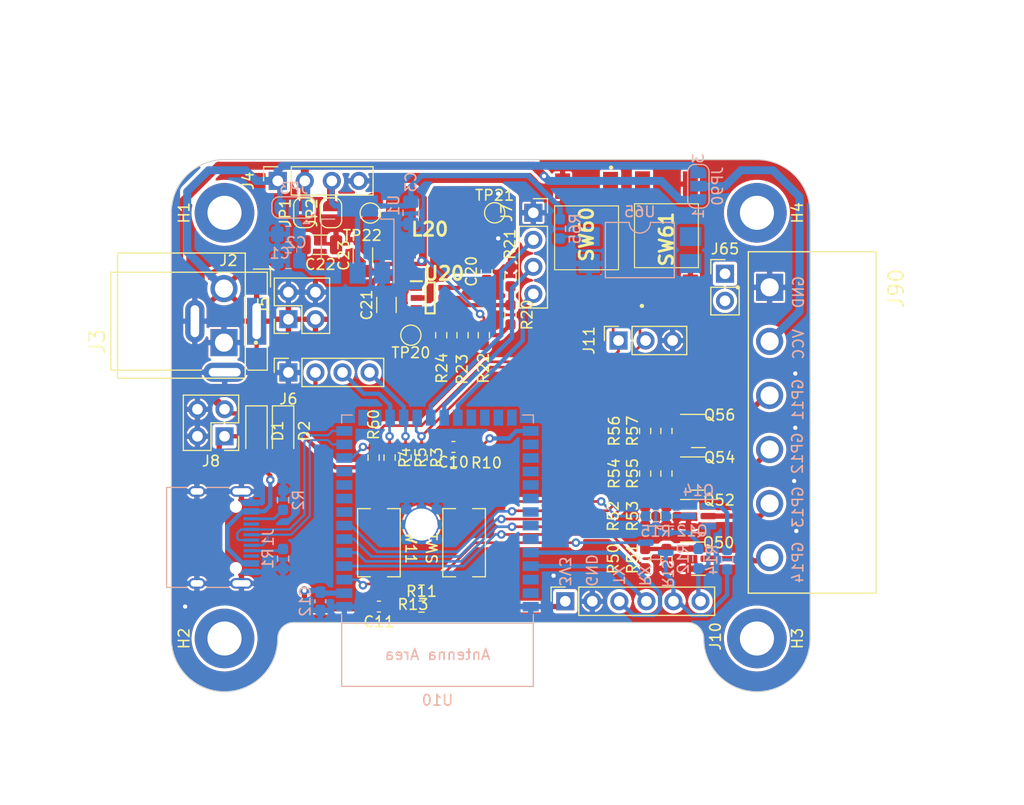
<source format=kicad_pcb>
(kicad_pcb (version 20221018) (generator pcbnew)
  (title_block (title "Starfish") (date "2023-01-30") (rev "A") (company "PaEber Electronics"))
  (layers (0 "F.Cu" signal) (31 "B.Cu" signal) (34 "B.Paste" user) (35 "F.Paste" user) (36 "B.SilkS" user "B.Silkscreen") (37 "F.SilkS" user "F.Silkscreen") (38 "B.Mask" user) (39 "F.Mask" user) (44 "Edge.Cuts" user))
  (net 0 "")
  (net 1 "GND")
  (net 2 "VBUS")
  (net 3 "Net-(U20-BST)")
  (net 4 "/USB_DP")
  (net 5 "Net-(J1-CC1)")
  (net 7 "Net-(J1-CC2)")
  (net 8 "/Power/SW_5V")
  (net 9 "+3V3")
  (net 10 "/CH1")
  (net 12 "/Power/V_REG")
  (net 13 "Net-(Q12-G)")
  (net 14 "Net-(Q12-D)")
  (net 15 "Net-(Q14-G)")
  (net 16 "Net-(Q14-D)")
  (net 17 "Net-(Q50-G)")
  (net 18 "Net-(Q52-G)")
  (net 19 "Net-(Q54-G)")
  (net 20 "Net-(Q56-G)")
  (net 21 "Net-(U20-EN)")
  (net 22 "/I2C_SCL")
  (net 23 "/I2C_SDA")
  (net 24 "/GPIO12")
  (net 25 "/GPIO13")
  (net 28 "+5V")
  (net 29 "/LED Driver/PWM1")
  (net 30 "/LED Driver/PWM2")
  (net 31 "/LED Driver/PWM3")
  (net 32 "/LED Driver/PWM4")
  (net 36 "/CH2")
  (net 37 "/CH3")
  (net 38 "/CH4")
  (net 39 "VCC")
  (net 41 "Net-(R22-Pad2)")
  (net 42 "/Power/FB_5V")
  (net 45 "/GPIO14")
  (net 47 "/GPIO0")
  (net 48 "/CHIP_PU")
  (net 49 "/TXD")
  (net 52 "/RXD")
  (net 53 "/RTS")
  (net 54 "/DTR")
  (net 61 "Net-(J90-Pin_2)")
  (net 63 "/VIN_LIN")
  (net 64 "/USB_DN")
  (net 65 "/BTN_2")
  (net 66 "/BTN_1")
  (net 69 "Net-(J65-Pin_1)")
  (net 70 "Net-(J65-Pin_2)")
  (net 71 "/AIN_TTL")
  (footprint "paeber:13019319" (layer "F.Cu") (at 159 66.5 -90)
    (fp_text reference "SW60")
    (fp_text value "1301.9315" hide)
  )
  (footprint "Connector_PinHeader_2.54mm:PinHeader_2x02_P2.54mm_Vertical" (layer "F.Cu") (at 125 86 180)
    (fp_text reference "J8")
    (fp_text value "Conn_02x02_Odd_Even")
  )
  (footprint "Button_Switch_SMD:SW_Tactile_SPST_NO_Straight_CK_PTS636Sx25SMTRLFS" (layer "F.Cu") (at 147.5 96 90)
    (fp_text reference "SW10")
    (fp_text value "PTS636SK25")
  )
  (footprint "TestPoint:TestPoint_Pad_D1.5mm" (layer "F.Cu") (at 138.684 65.024)
    (fp_text reference "TP22")
    (fp_text value "TestPoint")
  )
  (footprint "Resistor_SMD:R_0603_1608Metric_Pad0.98x0.95mm_HandSolder" (layer "F.Cu") (at 166.5 85.5 90)
    (fp_text reference "R57")
    (fp_text value "10k")
  )
  (footprint "Connector_PinSocket_2.54mm:PinSocket_1x03_P2.54mm_Vertical" (layer "F.Cu") (at 162 77 90)
    (fp_text reference "J11")
    (fp_text value "Conn_01x03")
  )
  (footprint "Capacitor_SMD:C_0603_1608Metric_Pad1.08x0.95mm_HandSolder" (layer "F.Cu") (at 149.612 70.500001 90)
    (fp_text reference "C20")
    (fp_text value "100n")
  )
  (footprint "Capacitor_SMD:C_1206_3216Metric" (layer "F.Cu") (at 134 68 180)
    (fp_text reference "C22")
    (fp_text value "22u")
  )
  (footprint "MountingHole:MountingHole_3.2mm_M3_DIN965_Pad_TopBottom" (layer "F.Cu") (at 125 65 90)
    (fp_text reference "H1")
    (fp_text value "MountingHole")
  )
  (footprint "Resistor_SMD:R_0603_1608Metric_Pad0.98x0.95mm_HandSolder" (layer "F.Cu") (at 149.352 76.5 -90)
    (fp_text reference "R22")
    (fp_text value "27k")
  )
  (footprint "paeber:13019319" (layer "F.Cu") (at 166.5 68 90)
    (fp_text reference "SW61")
    (fp_text value "1301.9315" hide)
  )
  (footprint "MountingHole:MountingHole_3.2mm_M3_DIN965_Pad_TopBottom" (layer "F.Cu") (at 175 105 -90)
    (fp_text reference "H3")
    (fp_text value "MountingHole")
  )
  (footprint "Package_TO_SOT_SMD:SOT-23" (layer "F.Cu") (at 169.5 97.5)
    (fp_text reference "Q50")
    (fp_text value "PMV40UN2R")
  )
  (footprint "paeber:CUI_TBP01R1-508-06BE" (layer "F.Cu") (at 176.189997 72 -90)
    (fp_text reference "J90")
    (fp_text value "Screw_Terminal_01x06")
  )
  (footprint "Connector_PinHeader_2.54mm:PinHeader_2x02_P2.54mm_Vertical" (layer "F.Cu") (at 131 75 90)
    (fp_text reference "J5")
    (fp_text value "Conn_02x02_Odd_Even")
  )
  (footprint "Package_TO_SOT_SMD:SOT-23" (layer "F.Cu") (at 169.5 85.5)
    (fp_text reference "Q56")
    (fp_text value "PMV40UN2R")
  )
  (footprint "Resistor_SMD:R_0603_1608Metric_Pad0.98x0.95mm_HandSolder" (layer "F.Cu") (at 164.5 97.5 90)
    (fp_text reference "R50")
    (fp_text value "330")
  )
  (footprint "Resistor_SMD:R_0603_1608Metric_Pad0.98x0.95mm_HandSolder" (layer "F.Cu") (at 151.852 74.587501 90)
    (fp_text reference "R20")
    (fp_text value "100k")
  )
  (footprint "Diode_SMD:D_SOD-123" (layer "F.Cu") (at 130.5 85.5 -90)
    (fp_text reference "D2")
    (fp_text value "PMEG60T10ELRX")
  )
  (footprint "Resistor_SMD:R_0603_1608Metric_Pad0.98x0.95mm_HandSolder" (layer "F.Cu") (at 151.852 71.000001 90)
    (fp_text reference "R21")
    (fp_text value "27k")
  )
  (footprint "Package_TO_SOT_SMD:SOT-23" (layer "F.Cu") (at 169.5 93.5)
    (fp_text reference "Q52")
    (fp_text value "PMV40UN2R")
  )
  (footprint "Resistor_SMD:R_0603_1608Metric_Pad0.98x0.95mm_HandSolder" (layer "F.Cu") (at 140.5 88 -90)
    (fp_text reference "R4")
    (fp_text value "4k7")
  )
  (footprint "Connector_PinSocket_2.54mm:PinSocket_1x04_P2.54mm_Vertical" (layer "F.Cu") (at 131 80 90)
    (fp_text reference "J6")
    (fp_text value "Conn_01x04")
  )
  (footprint "Connector_PinHeader_2.54mm:PinHeader_1x02_P2.54mm_Vertical" (layer "F.Cu") (at 172 70.725)
    (fp_text reference "J65")
    (fp_text value "Conn_01x02")
  )
  (footprint "MountingHole:MountingHole_3.2mm_M3_DIN965_Pad_TopBottom" (layer "F.Cu") (at 175 65 -90)
    (fp_text reference "H4")
    (fp_text value "MountingHole")
  )
  (footprint "paeber:CUI_TBP01R1-508-02BE" (layer "F.Cu") (at 124.9495 77.2 90)
    (fp_text reference "J3")
    (fp_text value "Screw_Terminal_01x02")
  )
  (footprint "Resistor_SMD:R_0603_1608Metric_Pad0.98x0.95mm_HandSolder" (layer "F.Cu") (at 166.5 97.5 90)
    (fp_text reference "R51")
    (fp_text value "10k")
  )
  (footprint "Resistor_SMD:R_0603_1608Metric_Pad0.98x0.95mm_HandSolder" (layer "F.Cu") (at 166.5 93.5 90)
    (fp_text reference "R53")
    (fp_text value "10k")
  )
  (footprint "paeber:XAL6030182MEB-HandSolder" (layer "F.Cu") (at 144.272 66.548 180)
    (fp_text reference "L20")
    (fp_text value "3u3" hide)
  )
  (footprint "TestPoint:TestPoint_Pad_D1.5mm" (layer "F.Cu") (at 142.5 76.5 180)
    (fp_text reference "TP20")
    (fp_text value "TestPoint")
  )
  (footprint "Connector_PinSocket_2.54mm:PinSocket_1x04_P2.54mm_Vertical" (layer "F.Cu") (at 130 62 90)
    (fp_text reference "J4")
    (fp_text value "Conn_01x04")
  )
  (footprint "Resistor_SMD:R_0603_1608Metric_Pad0.98x0.95mm_HandSolder" (layer "F.Cu") (at 164.5 85.5 90)
    (fp_text reference "R56")
    (fp_text value "330")
  )
  (footprint "Resistor_SMD:R_0603_1608Metric_Pad0.98x0.95mm_HandSolder" (layer "F.Cu") (at 147.352 76.5 -90)
    (fp_text reference "R23")
    (fp_text value "27k")
  )
  (footprint "Resistor_SMD:R_0603_1608Metric_Pad0.98x0.95mm_HandSolder" (layer "F.Cu") (at 143.5 88 -90)
    (fp_text reference "R3")
    (fp_text value "10k")
  )
  (footprint "Resistor_SMD:R_0603_1608Metric_Pad0.98x0.95mm_HandSolder" (layer "F.Cu") (at 166.5 89.5 90)
    (fp_text reference "R55")
    (fp_text value "10k")
  )
  (footprint "Capacitor_SMD:C_1206_3216Metric" (layer "F.Cu") (at 138 69 -90)
    (fp_text reference "C23")
    (fp_text value "22u")
  )
  (footprint "Connector_BarrelJack:BarrelJack_Wuerth_6941xx301002" (layer "F.Cu") (at 128.016 75.184 -90)
    (fp_text reference "J2")
    (fp_text value "Barrel_Jack_Switch")
  )
  (footprint "Connector_PinSocket_2.54mm:PinSocket_1x06_P2.54mm_Vertical" (layer "F.Cu") (at 156.999997 101.500001 90)
    (fp_text reference "J10")
    (fp_text value "UartBridge")
  )
  (footprint "Capacitor_SMD:C_1206_3216Metric" (layer "F.Cu") (at 140.208 73.66 90)
    (fp_text reference "C21")
    (fp_text value "10u")
  )
  (footprint "TestPoint:TestPoint_Pad_D1.5mm" (layer "F.Cu") (at 150.368 65.000001)
    (fp_text reference "TP21")
    (fp_text value "TestPoint")
  )
  (footprint "Capacitor_SMD:C_0603_1608Metric_Pad1.08x0.95mm_HandSolder" (layer "F.Cu") (at 146.5 87 180)
    (fp_text reference "C10")
    (fp_text value "100n")
  )
  (footprint "Resistor_SMD:R_0603_1608Metric_Pad0.98x0.95mm_HandSolder" (layer "F.Cu") (at 145.352 76.5 90)
    (fp_text reference "R24")
    (fp_text value "10k")
  )
  (footprint "Capacitor_SMD:C_0603_1608Metric_Pad1.08x0.95mm_HandSolder" (layer "F.Cu") (at 139.5 102 180)
    (fp_text reference "C11")
    (fp_text value "100n")
  )
  (footprint "Resistor_SMD:R_0603_1608Metric_Pad0.98x0.95mm_HandSolder" (layer "F.Cu") (at 143.5 100.5)
    (fp_text reference "R13")
    (fp_text value "0")
  )
  (footprint "Connector_PinSocket_2.54mm:PinSocket_1x04_P2.54mm_Vertical" (layer "F.Cu") (at 154 65)
    (fp_text reference "J7")
    (fp_text value "Conn_01x04")
  )
  (footprint "Jumper:SolderJumper-2_P1.3mm_Open_RoundedPad1.0x1.5mm" (layer "F.Cu") (at 135 65 90)
    (fp_text reference "JP2")
    (fp_text value "SolderJumper_2_Open")
  )
  (footprint "Resistor_SMD:R_0603_1608Metric_Pad0.98x0.95mm_HandSolder" (layer "F.Cu") (at 142 88 -90)
    (fp_text reference "R5")
    (fp_text value "4k7")
  )
  (footprint "Resistor_SMD:R_0603_1608Metric_Pad0.98x0.95mm_HandSolder" (layer "F.Cu") (at 139 88 -90)
    (fp_text reference "R60")
    (fp_text value "10k")
  )
  (footprint "MountingHole:MountingHole_3.2mm_M3_DIN965_Pad_TopBottom" (layer "F.Cu") (at 125 105 90)
    (fp_text reference "H2")
    (fp_text value "MountingHole")
  )
  (footprint "Button_Switch_SMD:SW_Tactile_SPST_NO_Straight_CK_PTS636Sx25SMTRLFS" (layer "F.Cu") (at 139.5 96 -90)
    (fp_text reference "SW11")
    (fp_text value "PTS636SK25")
  )
  (footprint "Resistor_SMD:R_0603_1608Metric_Pad0.98x0.95mm_HandSolder" (layer "F.Cu") (at 164.5 93.5 90)
    (fp_text reference "R52")
    (fp_text value "330")
  )
  (footprint "paeber:TSOT-26" (layer "F.Cu") (at 144.312 73)
    (fp_text reference "U20")
    (fp_text value "AP62301WU-7" hide)
  )
  (footprint "Jumper:SolderJumper-2_P1.3mm_Open_RoundedPad1.0x1.5mm" (layer "F.Cu") (at 132.5 65 90)
    (fp_text reference "JP1")
    (fp_text value "SolderJumper_2_Open")
  )
  (footprint "Resistor_SMD:R_0603_1608Metric_Pad0.98x0.95mm_HandSolder" (layer "F.Cu") (at 146.5 88.5 180)
    (fp_text reference "R10")
    (fp_text value "10k")
  )
  (footprint "Package_TO_SOT_SMD:SOT-23" (layer "F.Cu") (at 169.5 89.5)
    (fp_text reference "Q54")
    (fp_text value "PMV40UN2R")
  )
  (footprint "Diode_SMD:D_SOD-123" (layer "F.Cu") (at 128 85.5 -90)
    (fp_text reference "D1")
    (fp_text value "PMEG60T10ELRX")
  )
  (footprint "Resistor_SMD:R_0603_1608Metric_Pad0.98x0.95mm_HandSolder" (layer "F.Cu") (at 164.5 89.5 90)
    (fp_text reference "R54")
    (fp_text value "330")
  )
  (footprint "Resistor_SMD:R_0603_1608Metric_Pad0.98x0.95mm_HandSolder" (layer "F.Cu") (at 143.5 102)
    (fp_text reference "R11")
    (fp_text value "10k")
  )
  (footprint "Package_TO_SOT_SMD:SOT-223-3_TabPin2" (layer "B.Cu") (at 137.5 67.5 90)
    (fp_text reference "U1")
    (fp_text value "LM1117-3.3")
  )
  (footprint "Capacitor_SMD:C_0603_1608Metric_Pad1.08x0.95mm_HandSolder" (layer "B.Cu") (at 134 101.5 -90)
    (fp_text reference "C12")
    (fp_text value "100n")
  )
  (footprint "Resistor_SMD:R_0603_1608Metric_Pad0.98x0.95mm_HandSolder" (layer "B.Cu") (at 130.5 97.5 -90)
    (fp_text reference "R1")
    (fp_text value "5k11")
  )
  (footprint "Jumper:SolderJumper-3_P1.3mm_Open_RoundedPad1.0x1.5mm" (layer "B.Cu") (at 131.5 64.5 180)
    (fp_text reference "JP3")
    (fp_text value "SolderJumper_3_Open")
  )
  (footprint "Connector_USB:USB_C_Receptacle_HRO_TYPE-C-31-M-12" (layer "B.Cu") (at 123.459997 95.500001 90)
    (fp_text reference "J1")
    (fp_text value "USB4105-GF-A-120")
  )
  (footprint "Capacitor_SMD:C_0805_2012Metric_Pad1.18x1.45mm_HandSolder" (layer "B.Cu") (at 131 69.5 180)
    (fp_text reference "C2")
    (fp_text value "10")
  )
  (footprint "Resistor_SMD:R_0603_1608Metric_Pad0.98x0.95mm_HandSolder" (layer "B.Cu") (at 156.5 66.5 90)
    (fp_text reference "R65")
    (fp_text value "10k")
  )
  (footprint "Resistor_SMD:R_0603_1608Metric_Pad0.98x0.95mm_HandSolder" (layer "B.Cu") (at 172.199997 97.600001 -90)
    (fp_text reference "R14")
    (fp_text value "10k")
  )
  (footprint "Capacitor_SMD:C_0805_2012Metric_Pad1.18x1.45mm_HandSolder" (layer "B.Cu") (at 131 67 180)
    (fp_text reference "C1")
    (fp_text value "1u")
  )
  (footprint "Jumper:SolderJumper-3_P1.3mm_Open_RoundedPad1.0x1.5mm_NumberLabels" (layer "B.Cu") (at 169.5 62.5 90)
    (fp_text reference "JP90")
    (fp_text value "12V 5V")
  )
  (footprint "Package_TO_SOT_SMD:SOT-23" (layer "B.Cu") (at 169.5 93.5 180)
    (fp_text reference "Q14")
    (fp_text value "BSS138")
  )
  (footprint "Package_DIP:SMDIP-4_W9.53mm" (layer "B.Cu") (at 164 68.5 180)
    (fp_text reference "U65")
    (fp_text value "LTV-817S")
  )
  (footprint "Resistor_SMD:R_0603_1608Metric_Pad0.98x0.95mm_HandSolder" (layer "B.Cu") (at 169.499997 97.500001 -90)
    (fp_text reference "R12")
    (fp_text value "10k")
  )
  (footprint "Resistor_SMD:R_0603_1608Metric_Pad0.98x0.95mm_HandSolder" (layer "B.Cu") (at 165.5 93.5)
    (fp_text reference "R15")
    (fp_text value "0")
  )
  (footprint "Capacitor_SMD:C_0805_2012Metric_Pad1.18x1.45mm_HandSolder" (layer "B.Cu") (at 142.5 65 -90)
    (fp_text reference "C3")
    (fp_text value "1u")
  )
  (footprint "Espressif:ESP32-S3-WROOM-1" (layer "B.Cu") (at 144.999997 93.750001)
    (fp_text reference "U10")
    (fp_text value "ESP32-S3-WROOM-1")
  )
  (footprint "Resistor_SMD:R_0603_1608Metric_Pad0.98x0.95mm_HandSolder" (layer "B.Cu") (at 130.499997 92.000001 90)
    (fp_text reference "R2")
    (fp_text value "5k11")
  )
  (footprint "Package_TO_SOT_SMD:SOT-23" (layer "B.Cu") (at 165.5 96 180)
    (fp_text reference "Q12")
    (fp_text value "BSS138")
  )
  (gr_line (start 131.499997 103.500001) (end 168.499997 103.500001) (stroke (width 0.1)) (layer "Edge.Cuts"))
  (gr_line (start 119.999997 65.000001) (end 119.999997 105.000001) (stroke (width 0.1)) (layer "Edge.Cuts"))
  (gr_arc (start 129.999997 105.000001) (mid 128.535531 108.535535) (end 124.999997 110.000001) (stroke (width 0.1)) (layer "Edge.Cuts"))
  (gr_line (start 179.999997 105.000001) (end 179.999997 65.000001) (stroke (width 0.1)) (layer "Edge.Cuts"))
  (gr_arc (start 179.999997 105.000001) (mid 178.535531 108.535535) (end 174.999997 110.000001) (stroke (width 0.1)) (layer "Edge.Cuts"))
  (gr_line (start 174.999997 60.000001) (end 124.999997 60.000001) (stroke (width 0.1)) (layer "Edge.Cuts"))
  (gr_arc (start 119.999997 65.000001) (mid 121.464463 61.464467) (end 124.999997 60.000001) (stroke (width 0.1)) (layer "Edge.Cuts"))
  (gr_arc (start 168.499997 103.500001) (mid 169.560659 103.93934) (end 170 105.000001) (stroke (width 0.1)) (layer "Edge.Cuts"))
  (gr_arc (start 124.999997 110.000001) (mid 121.464463 108.535535) (end 119.999997 105.000001) (stroke (width 0.1)) (layer "Edge.Cuts"))
  (gr_arc (start 175 110.000001) (mid 171.464466 108.535535) (end 170 105.000001) (stroke (width 0.1)) (layer "Edge.Cuts"))
  (gr_arc (start 129.999997 105.000001) (mid 130.439337 103.939341) (end 131.499997 103.500001) (stroke (width 0.1)) (layer "Edge.Cuts"))
  (gr_arc (start 174.999997 60.000001) (mid 178.535531 61.464467) (end 179.999997 65.000001) (stroke (width 0.1)) (layer "Edge.Cuts"))
  (gr_text "RTS" (at 166.6 98.9 270) (layer "B.SilkS") (effects (font (size 1 1)) (justify mirror)))
  (gr_text "GND" (at 178.9 72.45 90) (layer "B.SilkS") (effects (font (size 1 1)) (justify mirror)))
  (gr_text "GP14" (at 178.85 97.85 90) (layer "B.SilkS") (effects (font (size 1 1)) (justify mirror)))
  (gr_text "3V3" (at 156.95 98.7 270) (layer "B.SilkS") (effects (font (size 1 1)) (justify mirror)))
  (gr_text "GP12" (at 178.8 87.6 90) (layer "B.SilkS") (effects (font (size 1 1)) (justify mirror)))
  (gr_text "TX" (at 162 99.05 270) (layer "B.SilkS") (effects (font (size 1 1)) (justify mirror)))
  (gr_text "VCC" (at 178.9 77.35 90) (layer "B.SilkS") (effects (font (size 1 1)) (justify mirror)))
  (gr_text "GP13" (at 178.85 92.65 90) (layer "B.SilkS") (effects (font (size 1 1)) (justify mirror)))
  (gr_text "GND" (at 159.45 98.6 270) (layer "B.SilkS") (effects (font (size 1 1)) (justify mirror)))
  (gr_text "GP11" (at 178.85 82.55 90) (layer "B.SilkS") (effects (font (size 1 1)) (justify mirror)))
  (gr_text "RX" (at 164.45 99.1 270) (layer "B.SilkS") (effects (font (size 1 1)) (justify mirror)))
  (via (at 178.7 94.9) (size 0.8) (drill 0.4) (layers "F.Cu" "B.Cu") (net 1))
  (via (at 155.9 99.1) (size 0.8) (drill 0.4) (layers "F.Cu" "B.Cu") (net 1))
  (via (at 178.6 85.2) (size 0.8) (drill 0.4) (layers "F.Cu" "B.Cu") (net 1))
  (via (at 178.5 90.2) (size 0.8) (drill 0.4) (layers "F.Cu" "B.Cu") (net 1))
  (via (at 178.6 80.1) (size 0.8) (drill 0.4) (layers "F.Cu" "B.Cu") (net 1))
  (via (at 121.3 102) (size 0.8) (drill 0.4) (layers "F.Cu" "B.Cu") (net 1))
  (segment (start 142.099997 94.290001) (end 143.499997 94.290001) (width 0.4) (layer "B.Cu") (net 1))
  (segment (start 128.399997 91.200001) (end 126.609997 91.200001) (width 0.4) (layer "B.Cu") (net 1))
  (segment (start 128.299997 92.200001) (end 128.599997 91.900001) (width 0.4) (layer "B.Cu") (net 1))
  (segment (start 127.554997 92.200001) (end 128.299997 92.200001) (width 0.4) (layer "B.Cu") (net 1))
  (segment (start 127.504997 92.250001) (end 127.554997 92.200001) (width 0.4) (layer "B.Cu") (net 1))
  (segment (start 126.609997 91.200001) (end 126.589997 91.180001) (width 0.4) (layer "B.Cu") (net 1))
  (segment (start 143.499997 94.290001) (end 144.899997 94.290001) (width 0.4) (layer "B.Cu") (net 1))
  (segment (start 128.599997 91.900001) (end 128.599997 91.400001) (width 0.4) (layer "B.Cu") (net 1))
  (segment (start 143.499997 94.290001) (end 143.499997 95.690001) (width 0.4) (layer "B.Cu") (net 1))
  (segment (start 143.499997 92.890001) (end 143.499997 94.290001) (width 0.4) (layer "B.Cu") (net 1))
  (segment (start 128.599997 91.400001) (end 128.399997 91.200001) (width 0.4) (layer "B.Cu") (net 1))
  (segment (start 129.299997 89.700003) (end 128 88.400006) (width 0.4) (layer "F.Cu") (net 2))
  (segment (start 128 88.400006) (end 128 87.15) (width 0.4) (layer "F.Cu") (net 2))
  (segment (start 129.299997 90.100001) (end 129.299997 89.700003) (width 0.4) (layer "F.Cu") (net 2))
  (segment (start 128 87.15) (end 130.5 87.15) (width 0.4) (layer "F.Cu") (net 2))
  (via (at 129.299997 90.100001) (size 0.8) (drill 0.4) (layers "F.Cu" "B.Cu") (net 2))
  (segment (start 127.504997 93.050001) (end 126.715336 93.050001) (width 0.4) (layer "B.Cu") (net 2))
  (segment (start 129.099997 92.700001) (end 129.299997 92.500001) (width 0.4) (layer "B.Cu") (net 2))
  (segment (start 125.299997 94.46534) (end 125.299997 96.534662) (width 0.4) (layer "B.Cu") (net 2))
  (segment (start 128.749997 93.050001) (end 129.099997 92.700001) (width 0.4) (layer "B.Cu") (net 2))
  (segment (start 129.299997 92.500001) (end 129.299997 90.100001) (width 0.4) (layer "B.Cu") (net 2))
  (segment (start 126.715336 93.050001) (end 125.299997 94.46534) (width 0.4) (layer "B.Cu") (net 2))
  (segment (start 126.715336 97.950001) (end 127.504997 97.950001) (width 0.4) (layer "B.Cu") (net 2))
  (segment (start 127.504997 93.050001) (end 128.749997 93.050001) (width 0.4) (layer "B.Cu") (net 2))
  (segment (start 125.299997 96.534662) (end 126.715336 97.950001) (width 0.4) (layer "B.Cu") (net 2))
  (segment (start 147.637499 71.362501) (end 146.95 72.05) (width 0.4) (layer "F.Cu") (net 3))
  (segment (start 146.95 72.05) (end 145.612 72.05) (width 0.4) (layer "F.Cu") (net 3))
  (segment (start 149.612 71.362501) (end 147.637499 71.362501) (width 0.4) (layer "F.Cu") (net 3))
  (segment (start 134.714996 85.910001) (end 133.089999 85.910001) (width 0.2) (layer "B.Cu") (net 4))
  (segment (start 127.504997 95.750001) (end 126.349997 95.750001) (width 0.2) (layer "B.Cu") (net 4))
  (segment (start 126.199997 95.600001) (end 126.199997 95.100001) (width 0.2) (layer "B.Cu") (net 4))
  (segment (start 136.249997 85.500001) (end 135.124996 85.500001) (width 0.2) (layer "B.Cu") (net 4))
  (segment (start 131.114279 94.750001) (end 132.499997 93.364283) (width 0.2) (layer "B.Cu") (net 4))
  (segment (start 126.349997 95.750001) (end 126.199997 95.600001) (width 0.2) (layer "B.Cu") (net 4))
  (segment (start 135.124996 85.500001) (end 134.714996 85.910001) (width 0.2) (layer "B.Cu") (net 4))
  (segment (start 133.089999 85.910001) (end 132.499997 86.500003) (width 0.2) (layer "B.Cu") (net 4))
  (segment (start 127.504997 94.750001) (end 131.114279 94.750001) (width 0.2) (layer "B.Cu") (net 4))
  (segment (start 126.549997 94.750001) (end 127.504997 94.750001) (width 0.2) (layer "B.Cu") (net 4))
  (segment (start 132.499997 86.500003) (end 132.499997 93.364283) (width 0.2) (layer "B.Cu") (net 4))
  (segment (start 126.199997 95.100001) (end 126.549997 94.750001) (width 0.2) (layer "B.Cu") (net 4))
  (segment (start 127.504997 96.750001) (end 130.337499 96.750001) (width 0.25) (layer "B.Cu") (net 5))
  (segment (start 130.337499 96.750001) (end 130.5 96.5875) (width 0.25) (layer "B.Cu") (net 5))
  (segment (start 129.662497 93.750001) (end 130.499997 92.912501) (width 0.25) (layer "B.Cu") (net 7))
  (segment (start 127.504997 93.750001) (end 129.662497 93.750001) (width 0.25) (layer "B.Cu") (net 7))
  (via (at 150.7 67.4) (size 0.8) (drill 0.4) (layers "F.Cu" "B.Cu") (net 8))
  (via (at 150.7 63.2) (size 0.8) (drill 0.4) (layers "F.Cu" "B.Cu") (net 8))
  (segment (start 125.5 101.5) (end 124.5 100.5) (width 0.5) (layer "F.Cu") (net 9))
  (segment (start 133.54 82.96) (end 133.54 80) (width 0.4) (layer "F.Cu") (net 9))
  (segment (start 144.4125 102) (end 144.4125 102.5875) (width 0.5) (layer "F.Cu") (net 9))
  (segment (start 140.5 88.9125) (end 139 88.9125) (width 0.25) (layer "F.Cu") (net 9))
  (segment (start 135.4125 88.9125) (end 139 88.9125) (width 0.4) (layer "F.Cu") (net 9))
  (segment (start 135 62.08) (end 135.08 62) (width 0.75) (layer "F.Cu") (net 9))
  (segment (start 128 101.5) (end 125.5 101.5) (width 0.5) (layer "F.Cu") (net 9))
  (segment (start 143.5 88.9125) (end 144.0875 88.9125) (width 0.25) (layer "F.Cu") (net 9))
  (segment (start 144.5 88.5) (end 145.5875 88.5) (width 0.25) (layer "F.Cu") (net 9))
  (segment (start 144.0875 88.9125) (end 144.5 88.5) (width 0.25) (layer "F.Cu") (net 9))
  (segment (start 124.5 86.5) (end 125 86) (width 0.5) (layer "F.Cu") (net 9))
  (segment (start 144 103) (end 132.5 103) (width 0.5) (layer "F.Cu") (net 9))
  (segment (start 142 88.9125) (end 140.5 88.9125) (width 0.25) (layer "F.Cu") (net 9))
  (segment (start 132.5 103) (end 132.5 100.5) (width 0.5) (layer "F.Cu") (net 9))
  (segment (start 132.5 103) (end 129.5 103) (width 0.5) (layer "F.Cu") (net 9))
  (segment (start 156.499998 102) (end 144.4125 102) (width 0.5) (layer "F.Cu") (net 9))
  (segment (start 129.5 103) (end 128 101.5) (width 0.5) (layer "F.Cu") (net 9))
  (segment (start 144.4125 102.5875) (end 144 103) (width 0.5) (layer "F.Cu") (net 9))
  (segment (start 130.5 86) (end 131.5 85) (width 0.4) (layer "F.Cu") (net 9))
  (segment (start 156.999997 101.500001) (end 156.499998 102) (width 0.5) (layer "F.Cu") (net 9))
  (segment (start 143.5 88.9125) (end 142 88.9125) (width 0.25) (layer "F.Cu") (net 9))
  (segment (start 124.5 100.5) (end 124.5 86.5) (width 0.5) (layer "F.Cu") (net 9))
  (segment (start 131.5 85) (end 135.4125 88.9125) (width 0.4) (layer "F.Cu") (net 9))
  (segment (start 135 64.35) (end 135 62.08) (width 0.75) (layer "F.Cu") (net 9))
  (segment (start 131.5 85) (end 133.54 82.96) (width 0.4) (layer "F.Cu") (net 9))
  (segment (start 125 86) (end 130.5 86) (width 0.4) (layer "F.Cu") (net 9))
  (via (at 132.5 100.5) (size 0.8) (drill 0.4) (layers "F.Cu" "B.Cu") (net 9))
  (segment (start 132.5 100.5) (end 133.8625 100.5) (width 0.5) (layer "B.Cu") (net 9))
  (segment (start 136.249997 100.740001) (end 134.102501 100.740001) (width 0.5) (layer "B.Cu") (net 9))
  (segment (start 142.5 63.9625) (end 142.5 62.5) (width 0.5) (layer "B.Cu") (net 9))
  (segment (start 156.5 64.5) (end 156.5 65.5875) (width 0.5) (layer "B.Cu") (net 9))
  (segment (start 133.8625 100.5) (end 134 100.6375) (width 0.5) (layer "B.Cu") (net 9))
  (segment (start 134.102501 100.740001) (end 134 100.6375) (width 0.5) (layer "B.Cu") (net 9))
  (segment (start 142.5 62.5) (end 143.5 61.5) (width 0.5) (layer "B.Cu") (net 9))
  (segment (start 135.35 64.35) (end 135.08 64.08) (width 0.5) (layer "B.Cu") (net 9))
  (segment (start 153.5 61.5) (end 156.5 64.5) (width 0.5) (layer "B.Cu") (net 9))
  (segment (start 135.08 64.08) (end 135.08 62) (width 0.5) (layer "B.Cu") (net 9))
  (segment (start 137.5 64.35) (end 142.1125 64.35) (width 0.5) (layer "B.Cu") (net 9))
  (segment (start 137.5 70.65) (end 137.5 64.35) (width 0.5) (layer "B.Cu") (net 9))
  (segment (start 143.5 61.5) (end 153.5 61.5) (width 0.5) (layer "B.Cu") (net 9))
  (segment (start 137.5 64.35) (end 135.35 64.35) (width 0.5) (layer "B.Cu") (net 9))
  (segment (start 142.1125 64.35) (end 142.5 63.9625) (width 0.5) (layer "B.Cu") (net 9))
  (segment (start 151.0005 95.225) (end 161.3125 95.225) (width 0.25) (layer "F.Cu") (net 10))
  (segment (start 161.3125 95.225) (end 164.5 98.4125) (width 0.25) (layer "F.Cu") (net 10))
  (segment (start 151 95.2245) (end 151.0005 95.225) (width 0.25) (layer "F.Cu") (net 10))
  (via (at 151 95.2245) (size 0.8) (drill 0.4) (layers "F.Cu" "B.Cu") (net 10))
  (segment (start 151 95.2245) (end 150.411896 95.2245) (width 0.25) (layer "B.Cu") (net 10))
  (segment (start 150.411896 95.2245) (end 147.436395 98.200001) (width 0.25) (layer "B.Cu") (net 10))
  (segment (start 147.436395 98.200001) (end 136.249997 98.200001) (width 0.25) (layer "B.Cu") (net 10))
  (segment (start 149.352 74.852) (end 149 74.5) (width 0.25) (layer "F.Cu") (net 12))
  (segment (start 149.352 75.5875) (end 149.352 74.852) (width 0.25) (layer "F.Cu") (net 12))
  (via (at 149 74.5) (size 0.8) (drill 0.4) (layers "F.Cu" "B.Cu") (net 12))
  (via (at 143.5 69.5) (size 0.8) (drill 0.4) (layers "F.Cu" "B.Cu") (net 12))
  (segment (start 149 74.5) (end 144 69.5) (width 0.25) (layer "B.Cu") (net 12))
  (segment (start 144 69.5) (end 143.5 69.5) (width 0.25) (layer "B.Cu") (net 12))
  (segment (start 169.499997 95.999997) (end 168.55 95.05) (width 0.4) (layer "B.Cu") (net 13))
  (segment (start 168.55 95.05) (end 166.4375 95.05) (width 0.4) (layer "B.Cu") (net 13))
  (segment (start 169.499997 96.587501) (end 169.499997 95.999997) (width 0.4) (layer "B.Cu") (net 13))
  (segment (start 144.4125 100.0875) (end 148.5 96) (width 0.25) (layer "F.Cu") (net 14))
  (segment (start 144.4125 100.5) (end 144.4125 100.0875) (width 0.25) (layer "F.Cu") (net 14))
  (segment (start 148.5 96) (end 158 96) (width 0.25) (layer "F.Cu") (net 14))
  (via (at 158 96) (size 0.8) (drill 0.4) (layers "F.Cu" "B.Cu") (net 14))
  (segment (start 158 96) (end 164.5625 96) (width 0.25) (layer "B.Cu") (net 14))
  (segment (start 171.55 92.55) (end 170.4375 92.55) (width 0.4) (layer "B.Cu") (net 15))
  (segment (start 172.199997 93.199997) (end 171.55 92.55) (width 0.4) (layer "B.Cu") (net 15))
  (segment (start 172.199997 96.687501) (end 172.199997 93.199997) (width 0.4) (layer "B.Cu") (net 15))
  (segment (start 168.5625 93.5) (end 166.4125 93.5) (width 0.4) (layer "B.Cu") (net 16))
  (segment (start 168.5625 96.55) (end 166.5375 96.55) (width 0.4) (layer "F.Cu") (net 17))
  (segment (start 166.5 96.5875) (end 164.5 96.5875) (width 0.4) (layer "F.Cu") (net 17))
  (segment (start 166.5375 96.55) (end 166.5 96.5875) (width 0.4) (layer "F.Cu") (net 17))
  (segment (start 168.525 92.5875) (end 168.5625 92.55) (width 0.4) (layer "F.Cu") (net 18))
  (segment (start 164.5 92.5875) (end 166.5 92.5875) (width 0.4) (layer "F.Cu") (net 18))
  (segment (start 166.5 92.5875) (end 168.525 92.5875) (width 0.4) (layer "F.Cu") (net 18))
  (segment (start 166.5 88.5875) (end 164.5 88.5875) (width 0.4) (layer "F.Cu") (net 19))
  (segment (start 168.5625 88.55) (end 166.5375 88.55) (width 0.4) (layer "F.Cu") (net 19))
  (segment (start 166.5375 88.55) (end 166.5 88.5875) (width 0.4) (layer "F.Cu") (net 19))
  (segment (start 166.5 84.5875) (end 168.525 84.5875) (width 0.4) (layer "F.Cu") (net 20))
  (segment (start 164.5 84.5875) (end 166.5 84.5875) (width 0.4) (layer "F.Cu") (net 20))
  (segment (start 168.525 84.5875) (end 168.5625 84.55) (width 0.4) (layer "F.Cu") (net 20))
  (segment (start 147.675001 73.675001) (end 151.852 73.675001) (width 0.4) (layer "F.Cu") (net 21))
  (segment (start 147 73) (end 147.675001 73.675001) (width 0.4) (layer "F.Cu") (net 21))
  (segment (start 151.852 73.675001) (end 151.852 71.912501) (width 0.4) (layer "F.Cu") (net 21))
  (segment (start 145.612 73) (end 147 73) (width 0.4) (layer "F.Cu") (net 21))
  (segment (start 140.5 87.0875) (end 140.5 86) (width 0.25) (layer "F.Cu") (net 22))
  (via (at 140.5 86) (size 0.8) (drill 0.4) (layers "F.Cu" "B.Cu") (net 22))
  (segment (start 140.5 86) (end 140.5 84.304998) (width 0.25) (layer "B.Cu") (net 22))
  (segment (start 140.554997 84.250001) (end 140.554997 83.054997) (width 0.4) (layer "B.Cu") (net 22))
  (segment (start 139.5 82) (end 138.08 82) (width 0.4) (layer "B.Cu") (net 22))
  (segment (start 140.5 84.304998) (end 140.554997 84.250001) (width 0.25) (layer "B.Cu") (net 22))
  (segment (start 138.08 82) (end 136.08 80) (width 0.4) (layer "B.Cu") (net 22))
  (segment (start 140.554997 83.054997) (end 139.5 82) (width 0.4) (layer "B.Cu") (net 22))
  (segment (start 142 87.0875) (end 142 86) (width 0.25) (layer "F.Cu") (net 23))
  (via (at 142 86) (size 0.8) (drill 0.4) (layers "F.Cu" "B.Cu") (net 23))
  (segment (start 141.824997 84.250001) (end 141.824997 83.204997) (width 0.4) (layer "B.Cu") (net 23))
  (segment (start 141.824997 83.204997) (end 138.62 80) (width 0.4) (layer "B.Cu") (net 23))
  (segment (start 142 84.425004) (end 141.824997 84.250001) (width 0.25) (layer "B.Cu") (net 23))
  (segment (start 142 86) (end 142 84.425004) (width 0.25) (layer "B.Cu") (net 23))
  (segment (start 144.364997 83.135003) (end 151 76.5) (width 0.4) (layer "B.Cu") (net 24))
  (segment (start 151 76.5) (end 151 70.54) (width 0.4) (layer "B.Cu") (net 24))
  (segment (start 151 70.54) (end 154 67.54) (width 0.4) (layer "B.Cu") (net 24))
  (segment (start 144.364997 84.250001) (end 144.364997 83.135003) (width 0.4) (layer "B.Cu") (net 24))
  (segment (start 152 72.08) (end 154 70.08) (width 0.4) (layer "B.Cu") (net 25))
  (segment (start 152 76.734998) (end 152 72.08) (width 0.4) (layer "B.Cu") (net 25))
  (segment (start 145.634997 83.100001) (end 152 76.734998) (width 0.4) (layer "B.Cu") (net 25))
  (segment (start 145.634997 84.250001) (end 145.634997 83.100001) (width 0.4) (layer "B.Cu") (net 25))
  (segment (start 128 83.85) (end 125.39 83.85) (width 0.4) (layer "F.Cu") (net 28))
  (segment (start 132.5745 60.5745) (end 132.54 60.609) (width 0.75) (layer "F.Cu") (net 28))
  (segment (start 154.025 60.5745) (end 132.5745 60.5745) (width 0.75) (layer "F.Cu") (net 28))
  (segment (start 132.5 62.04) (end 132.54 62) (width 0.75) (layer "F.Cu") (net 28))
  (segment (start 120.741 79.201) (end 125 83.46) (width 0.75) (layer "F.Cu") (net 28))
  (segment (start 120.741 64.259) (end 120.741 79.201) (width 0.75) (layer "F.Cu") (net 28))
  (segment (start 155 61.5495) (end 154.025 60.5745) (width 0.75) (layer "F.Cu") (net 28))
  (segment (start 124.425 60.575) (end 120.741 64.259) (width 0.75) (layer "F.Cu") (net 28))
  (segment (start 132.5 64.35) (end 132.5 62.04) (width 0.75) (layer "F.Cu") (net 28))
  (segment (start 132.54 60.609) (end 132.54 62) (width 0.75) (layer "F.Cu") (net 28))
  (segment (start 125.39 83.85) (end 125 83.46) (width 0.4) (layer "F.Cu") (net 28))
  (segment (start 132.425 60.575) (end 124.425 60.575) (width 0.75) (layer "F.Cu") (net 28))
  (via (at 155 61.5495) (size 0.8) (drill 0.4) (layers "F.Cu" "B.Cu") (net 28))
  (segment (start 132.8 62.26) (end 132.54 62) (width 0.5) (layer "B.Cu") (net 28))
  (segment (start 167.8 63.8) (end 169.5 63.8) (width 0.75) (layer "B.Cu") (net 28))
  (segment (start 132.8 64.5) (end 132.8 62.26) (width 0.5) (layer "B.Cu") (net 28))
  (segment (start 166 62) (end 167.8 63.8) (width 0.75) (layer "B.Cu") (net 28))
  (segment (start 155.4505 62) (end 166 62) (width 0.75) (layer "B.Cu") (net 28))
  (segment (start 155 61.5495) (end 155.4505 62) (width 0.75) (layer "B.Cu") (net 28))
  (segment (start 174.448746 97.5) (end 170.4375 97.5) (width 0.5) (layer "F.Cu") (net 29))
  (segment (start 176.189997 97.700001) (end 174.648747 97.700001) (width 0.5) (layer "F.Cu") (net 29))
  (segment (start 174.648747 97.700001) (end 174.448746 97.5) (width 0.5) (layer "F.Cu") (net 29))
  (segment (start 175.309998 93.5) (end 176.189997 92.620001) (width 0.5) (layer "F.Cu") (net 30))
  (segment (start 170.4375 93.5) (end 175.309998 93.5) (width 0.5) (layer "F.Cu") (net 30))
  (segment (start 175.959999 87.540001) (end 174 89.5) (width 0.5) (layer "F.Cu") (net 31))
  (segment (start 174 89.5) (end 170.4375 89.5) (width 0.5) (layer "F.Cu") (net 31))
  (segment (start 176.189997 87.540001) (end 175.959999 87.540001) (width 0.5) (layer "F.Cu") (net 31))
  (segment (start 175.539999 82.460001) (end 176.189997 82.460001) (width 0.5) (layer "F.Cu") (net 32))
  (segment (start 172.5 85.5) (end 175.539999 82.460001) (width 0.5) (layer "F.Cu") (net 32))
  (segment (start 170.4375 85.5) (end 172.5 85.5) (width 0.5) (layer "F.Cu") (net 32))
  (segment (start 152 94.5) (end 164.4125 94.5) (width 0.25) (layer "F.Cu") (net 36))
  (segment (start 164.4125 94.5) (end 164.5 94.4125) (width 0.25) (layer "F.Cu") (net 36))
  (via (at 152 94.5) (size 0.8) (drill 0.4) (layers "F.Cu" "B.Cu") (net 36))
  (segment (start 150.5 94.5) (end 147.249999 97.750001) (width 0.25) (layer "B.Cu") (net 36))
  (segment (start 137.430001 96.930001) (end 136.249997 96.930001) (width 0.25) (layer "B.Cu") (net 36))
  (segment (start 152 94.5) (end 150.5 94.5) (width 0.25) (layer "B.Cu") (net 36))
  (segment (start 138.250001 97.750001) (end 137.430001 96.930001) (width 0.25) (layer "B.Cu") (net 36))
  (segment (start 147.249999 97.750001) (end 138.250001 97.750001) (width 0.25) (layer "B.Cu") (net 36))
  (segment (start 164.5 90.5) (end 164.5 90.4125) (width 0.25) (layer "F.Cu") (net 37))
  (segment (start 161.225 93.775) (end 164.5 90.5) (width 0.25) (layer "F.Cu") (net 37))
  (segment (start 151.0005 93.775) (end 161.225 93.775) (width 0.25) (layer "F.Cu") (net 37))
  (segment (start 151 93.7755) (end 151.0005 93.775) (width 0.25) (layer "F.Cu") (net 37))
  (via (at 151 93.7755) (size 0.8) (drill 0.4) (layers "F.Cu" "B.Cu") (net 37))
  (segment (start 138.800001 97.300001) (end 137.160001 95.660001) (width 0.25) (layer "B.Cu") (net 37))
  (segment (start 151 93.7755) (end 150.588104 93.7755) (width 0.25) (layer "B.Cu") (net 37))
  (segment (start 137.160001 95.660001) (end 136.249997 95.660001) (width 0.25) (layer "B.Cu") (net 37))
  (segment (start 147.063603 97.300001) (end 138.800001 97.300001) (width 0.25) (layer "B.Cu") (net 37))
  (segment (start 150.588104 93.7755) (end 147.063603 97.300001) (width 0.25) (layer "B.Cu") (net 37))
  (segment (start 163.5 87.4125) (end 164.5 86.4125) (width 0.25) (layer "F.Cu") (net 38))
  (segment (start 163.5 90.5) (end 163.5 87.4125) (width 0.25) (layer "F.Cu") (net 38))
  (segment (start 152.0505 93) (end 161 93) (width 0.25) (layer "F.Cu") (net 38))
  (segment (start 161 93) (end 163.5 90.5) (width 0.25) (layer "F.Cu") (net 38))
  (segment (start 152 93.0505) (end 152.0505 93) (width 0.25) (layer "F.Cu") (net 38))
  (via (at 152 93.0505) (size 0.8) (drill 0.4) (layers "F.Cu" "B.Cu") (net 38))
  (segment (start 146.877207 96.850001) (end 139.350001 96.850001) (width 0.25) (layer "B.Cu") (net 38))
  (segment (start 152 93.0505) (end 150.676708 93.0505) (width 0.25) (layer "B.Cu") (net 38))
  (segment (start 136.890001 94.390001) (end 136.249997 94.390001) (width 0.25) (layer "B.Cu") (net 38))
  (segment (start 139.350001 96.850001) (end 136.890001 94.390001) (width 0.25) (layer "B.Cu") (net 38))
  (segment (start 150.676708 93.0505) (end 146.877207 96.850001) (width 0.25) (layer "B.Cu") (net 38))
  (segment (start 130.5 83) (end 128.5 81) (width 0.4) (layer "F.Cu") (net 39))
  (segment (start 128.016 78.516) (end 128.016 75.184) (width 0.4) (layer "F.Cu") (net 39))
  (segment (start 128.5 81) (end 128.5 79) (width 0.4) (layer "F.Cu") (net 39))
  (segment (start 151.852 75.500001) (end 150.852001 76.5) (width 0.4) (layer "F.Cu") (net 39))
  (segment (start 128.5 79) (end 128.016 78.516) (width 0.4) (layer "F.Cu") (net 39))
  (segment (start 130.5 83.85) (end 130.5 83) (width 0.4) (layer "F.Cu") (net 39))
  (segment (start 150.852001 76.5) (end 144 76.5) (width 0.4) (layer "F.Cu") (net 39))
  (segment (start 124.9495 72.12) (end 121.5 68.6705) (width 0.75) (layer "B.Cu") (net 39))
  (segment (start 123.5 61) (end 127 61) (width 0.75) (layer "B.Cu") (net 39))
  (segment (start 168.875 60.575) (end 130.425 60.575) (width 0.75) (layer "B.Cu") (net 39))
  (segment (start 127 61) (end 128 62) (width 0.75) (layer "B.Cu") (net 39))
  (segment (start 130.2 64.5) (end 130.2 62.2) (width 0.5) (layer "B.Cu") (net 39))
  (segment (start 169.5 61.2) (end 168.875 60.575) (width 0.75) (layer "B.Cu") (net 39))
  (segment (start 130.2 62.2) (end 130 62) (width 0.5) (layer "B.Cu") (net 39))
  (segment (start 130 61) (end 130 62) (width 0.75) (layer "B.Cu") (net 39))
  (segment (start 121.5 68.6705) (end 121.5 63) (width 0.75) (layer "B.Cu") (net 39))
  (segment (start 121.5 63) (end 123.5 61) (width 0.75) (layer "B.Cu") (net 39))
  (segment (start 128 62) (end 130 62) (width 0.75) (layer "B.Cu") (net 39))
  (segment (start 130.425 60.575) (end 130 61) (width 0.75) (layer "B.Cu") (net 39))
  (segment (start 147.352 77.4125) (end 149.352 77.4125) (width 0.5) (layer "F.Cu") (net 41))
  (segment (start 145.352 75.5875) (end 145.352 74.21) (width 0.5) (layer "F.Cu") (net 42))
  (segment (start 147.352 75.5875) (end 147.352 74.852) (width 0.5) (layer "F.Cu") (net 42))
  (segment (start 147.352 74.852) (end 146.5 74) (width 0.5) (layer "F.Cu") (net 42))
  (segment (start 145.662 74) (end 145.612 73.95) (width 0.5) (layer "F.Cu") (net 42))
  (segment (start 146.5 74) (end 145.662 74) (width 0.5) (layer "F.Cu") (net 42))
  (segment (start 145.352 75.5875) (end 147.352 75.5875) (width 0.5) (layer "F.Cu") (net 42))
  (segment (start 145.352 74.21) (end 145.612 73.95) (width 0.5) (layer "F.Cu") (net 42))
  (segment (start 153 73.62) (end 154 72.62) (width 0.4) (layer "B.Cu") (net 45))
  (segment (start 146.904997 84.250001) (end 146.904997 83.100001) (width 0.4) (layer "B.Cu") (net 45))
  (segment (start 153 77.004998) (end 153 73.62) (width 0.4) (layer "B.Cu") (net 45))
  (segment (start 146.904997 83.100001) (end 153 77.004998) (width 0.4) (layer "B.Cu") (net 45))
  (segment (start 160.375 92.125) (end 147.5 92.125) (width 0.25) (layer "F.Cu") (net 47))
  (segment (start 149.1 87) (end 149.9 86.2) (width 0.25) (layer "F.Cu") (net 47))
  (segment (start 147.5 88.5875) (end 147.4125 88.5) (width 0.25) (layer "F.Cu") (net 47))
  (segment (start 147.4125 87.05) (end 147.3625 87) (width 0.25) (layer "F.Cu") (net 47))
  (segment (start 147.4125 88.5) (end 147.4125 87.05) (width 0.25) (layer "F.Cu") (net 47))
  (segment (start 147.3625 87) (end 149.1 87) (width 0.25) (layer "F.Cu") (net 47))
  (segment (start 147.5 92.125) (end 147.5 88.5875) (width 0.25) (layer "F.Cu") (net 47))
  (via (at 149.9 86.2) (size 0.8) (drill 0.4) (layers "F.Cu" "B.Cu") (net 47))
  (via (at 160.375 92.125) (size 0.8) (drill 0.4) (layers "F.Cu" "B.Cu") (net 47))
  (segment (start 160.375 92.125) (end 161.75 93.5) (width 0.25) (layer "B.Cu") (net 47))
  (segment (start 149.9 86.2) (end 151.7 86.2) (width 0.4) (layer "B.Cu") (net 47))
  (segment (start 151.7 86.2) (end 152.399999 85.500001) (width 0.4) (layer "B.Cu") (net 47))
  (segment (start 161.75 93.5) (end 164.5875 93.5) (width 0.25) (layer "B.Cu") (net 47))
  (segment (start 152.399999 85.500001) (end 153.749997 85.500001) (width 0.4) (layer "B.Cu") (net 47))
  (segment (start 138.125 99.875) (end 139.5 99.875) (width 0.25) (layer "F.Cu") (net 48))
  (segment (start 142.5875 100.5) (end 141.9625 99.875) (width 0.25) (layer "F.Cu") (net 48))
  (segment (start 142.5875 102) (end 142.5875 100.5) (width 0.25) (layer "F.Cu") (net 48))
  (segment (start 138 100) (end 138.125 99.875) (width 0.25) (layer "F.Cu") (net 48))
  (segment (start 141.9625 99.875) (end 139.5 99.875) (width 0.25) (layer "F.Cu") (net 48))
  (via (at 138 100) (size 0.8) (drill 0.4) (layers "F.Cu" "B.Cu") (net 48))
  (segment (start 138 100) (end 137.470001 99.470001) (width 0.25) (layer "B.Cu") (net 48))
  (segment (start 137.470001 99.470001) (end 136.249997 99.470001) (width 0.25) (layer "B.Cu") (net 48))
  (segment (start 165.899997 100.700001) (end 162.129997 96.930001) (width 0.4) (layer "B.Cu") (net 49))
  (segment (start 162.079997 101.500001) (end 163.379997 102.800001) (width 0.4) (layer "B.Cu") (net 49))
  (segment (start 165.899997 102.200001) (end 165.899997 100.700001) (width 0.4) (layer "B.Cu") (net 49))
  (segment (start 162.129997 96.930001) (end 153.749997 96.930001) (width 0.4) (layer "B.Cu") (net 49))
  (segment (start 165.299997 102.800001) (end 165.899997 102.200001) (width 0.4) (layer "B.Cu") (net 49))
  (segment (start 163.379997 102.800001) (end 165.299997 102.800001) (width 0.4) (layer "B.Cu") (net 49))
  (segment (start 161.319997 98.200001) (end 164.619997 101.500001) (width 0.4) (layer "B.Cu") (net 52))
  (segment (start 153.749997 98.200001) (end 161.319997 98.200001) (width 0.4) (layer "B.Cu") (net 52))
  (segment (start 167.159997 101.500001) (end 167.159997 99.659997) (width 0.4) (layer "B.Cu") (net 53))
  (segment (start 170.287497 102.812501) (end 172.199997 100.900001) (width 0.4) (layer "B.Cu") (net 53))
  (segment (start 167.159997 99.659997) (end 166.4375 98.9375) (width 0.4) (layer "B.Cu") (net 53))
  (segment (start 168.899997 102.812501) (end 170.287497 102.812501) (width 0.4) (layer "B.Cu") (net 53))
  (segment (start 166.4375 98.9375) (end 166.4375 96.95) (width 0.4) (layer "B.Cu") (net 53))
  (segment (start 167.587497 101.500001) (end 168.899997 102.812501) (width 0.4) (layer "B.Cu") (net 53))
  (segment (start 167.159997 101.500001) (end 167.587497 101.500001) (width 0.4) (layer "B.Cu") (net 53))
  (segment (start 172.199997 100.900001) (end 172.199997 98.512501) (width 0.4) (layer "B.Cu") (net 53))
  (segment (start 170.437497 98.062503) (end 170.437497 94.450003) (width 0.4) (layer "B.Cu") (net 54))
  (segment (start 169.499997 98.412501) (end 169.499997 101.300001) (width 0.4) (layer "B.Cu") (net 54))
  (segment (start 169.499997 98.412501) (end 170.087499 98.412501) (width 0.4) (layer "B.Cu") (net 54))
  (segment (start 170.087499 98.412501) (end 170.437497 98.062503) (width 0.4) (layer "B.Cu") (net 54))
  (segment (start 169.499997 101.300001) (end 169.699997 101.500001) (width 0.4) (layer "B.Cu") (net 54))
  (segment (start 170.437497 94.450003) (end 170.4375 94.45) (width 0.4) (layer "B.Cu") (net 54))
  (segment (start 176.5 61) (end 179 63.5) (width 0.75) (layer "B.Cu") (net 61))
  (segment (start 169.5 62.5) (end 172 62.5) (width 0.75) (layer "B.Cu") (net 61))
  (segment (start 179 63.5) (end 179 74.269997) (width 0.75) (layer "B.Cu") (net 61))
  (segment (start 179 74.269997) (end 176.189997 77.08) (width 0.75) (layer "B.Cu") (net 61))
  (segment (start 172 62.5) (end 173.5 61) (width 0.75) (layer "B.Cu") (net 61))
  (segment (start 173.5 61) (end 176.5 61) (width 0.75) (layer "B.Cu") (net 61))
  (segment (start 131.5 65.5) (end 132.0375 66.0375) (width 0.5) (layer "B.Cu") (net 63))
  (segment (start 132.0375 66.0375) (end 132.0375 67) (width 0.5) (layer "B.Cu") (net 63))
  (segment (start 133.1875 70.65) (end 132.0375 69.5) (width 0.5) (layer "B.Cu") (net 63))
  (segment (start 132.0375 67) (end 132.0375 69.5) (width 0.5) (layer "B.Cu") (net 63))
  (segment (start 131.5 64.5) (end 131.5 65.5) (width 0.5) (layer "B.Cu") (net 63))
  (segment (start 135.2 70.65) (end 133.1875 70.65) (width 0.5) (layer "B.Cu") (net 63))
  (segment (start 132.999997 93.500001) (end 131.249997 95.250001) (width 0.2) (layer "B.Cu") (net 64))
  (segment (start 133.205685 86.360001) (end 132.999997 86.565689) (width 0.2) (layer "B.Cu") (net 64))
  (segment (start 131.249997 95.250001) (end 129.049997 95.250001) (width 0.2) (layer "B.Cu") (net 64))
  (segment (start 134.714996 86.360001) (end 133.205685 86.360001) (width 0.2) (layer "B.Cu") (net 64))
  (segment (start 136.249997 86.770001) (end 135.124996 86.770001) (width 0.2) (layer "B.Cu") (net 64))
  (segment (start 128.549997 96.250001) (end 129.049997 95.750001) (width 0.2) (layer "B.Cu") (net 64))
  (segment (start 129.049997 95.750001) (end 129.049997 95.250001) (width 0.2) (layer "B.Cu") (net 64))
  (segment (start 135.124996 86.770001) (end 134.714996 86.360001) (width 0.2) (layer "B.Cu") (net 64))
  (segment (start 127.504997 96.250001) (end 128.549997 96.250001) (width 0.2) (layer "B.Cu") (net 64))
  (segment (start 132.999997 86.565689) (end 132.999997 93.500001) (width 0.2) (layer "B.Cu") (net 64))
  (segment (start 129.049997 95.250001) (end 127.504997 95.250001) (width 0.2) (layer "B.Cu") (net 64))
  (segment (start 143.5 86) (end 150 79.5) (width 0.25) (layer "F.Cu") (net 65))
  (segment (start 164.25 72.15) (end 164.25 62.3) (width 0.25) (layer "F.Cu") (net 65))
  (segment (start 150 79.5) (end 162.04 79.5) (width 0.25) (layer "F.Cu") (net 65))
  (segment (start 143.5 87.0875) (end 143.5 86) (width 0.25) (layer "F.Cu") (net 65))
  (segment (start 164.54 77) (end 164.49 77) (width 0.25) (layer "F.Cu") (net 65))
  (segment (start 164.49 77) (end 164.015 76.525) (width 0.25) (layer "F.Cu") (net 65))
  (segment (start 162.04 79.5) (end 164.54 77) (width 0.25) (layer "F.Cu") (net 65))
  (segment (start 164.015 76.525) (end 164.015 72.385) (width 0.25) (layer "F.Cu") (net 65))
  (segment (start 164.015 72.385) (end 164.25 72.15) (width 0.25) (layer "F.Cu") (net 65))
  (via (at 143.5 86) (size 0.8) (drill 0.4) (layers "F.Cu" "B.Cu") (net 65))
  (segment (start 143 84.344998) (end 143.094997 84.250001) (width 0.25) (layer "B.Cu") (net 65))
  (segment (start 143.5 86) (end 143 85.5) (width 0.25) (layer "B.Cu") (net 65))
  (segment (start 143 85.5) (end 143 84.344998) (width 0.25) (layer "B.Cu") (net 65))
  (segment (start 162 78) (end 162 77) (width 0.25) (layer "F.Cu") (net 66))
  (segment (start 161.95 77) (end 161.5 76.55) (width 0.25) (layer "F.Cu") (net 66))
  (segment (start 138.0875 87.0875) (end 138 87) (width 0.25) (layer "F.Cu") (net 66))
  (segment (start 162 77) (end 161.95 77) (width 0.25) (layer "F.Cu") (net 66))
  (segment (start 139 87.0875) (end 138.0875 87.0875) (width 0.25) (layer "F.Cu") (net 66))
  (segment (start 161 79) (end 162 78) (width 0.25) (layer "F.Cu") (net 66))
  (segment (start 149.5 79) (end 161 79) (width 0.25) (layer "F.Cu") (net 66))
  (segment (start 161.25 62.35) (end 161.25 72.2) (width 0.25) (layer "F.Cu") (net 66))
  (segment (start 161.5 76.55) (end 161.5 72.45) (width 0.25) (layer "F.Cu") (net 66))
  (segment (start 161.5 72.45) (end 161.25 72.2) (width 0.25) (layer "F.Cu") (net 66))
  (segment (start 139 86) (end 140 85) (width 0.25) (layer "F.Cu") (net 66))
  (segment (start 139 87.0875) (end 139 86) (width 0.25) (layer "F.Cu") (net 66))
  (segment (start 140 85) (end 143.5 85) (width 0.25) (layer "F.Cu") (net 66))
  (segment (start 143.5 85) (end 149.5 79) (width 0.25) (layer "F.Cu") (net 66))
  (via (at 138 87) (size 0.8) (drill 0.4) (layers "F.Cu" "B.Cu") (net 66))
  (segment (start 136.959999 88.040001) (end 136.249997 88.040001) (width 0.25) (layer "B.Cu") (net 66))
  (segment (start 138 87) (end 136.959999 88.040001) (width 0.25) (layer "B.Cu") (net 66))
  (segment (start 156.6825 67.23) (end 159.235 67.23) (width 0.25) (layer "B.Cu") (net 71))
  (segment (start 156.5 67.4125) (end 156.6825 67.23) (width 0.25) (layer "B.Cu") (net 71))
  (zone (net 12) (net_name "/Power/V_REG") (layer "F.Cu") (priority 10) (connect_pads (clearance 0.3)) (min_thickness 0.254) (fill yes (thermal_gap 0.3) (thermal_bridge_width 0.5))
    (polygon (pts (xy 144 63.5) (xy 144 70.000001) (xy 139.192 70.000001) (xy 137.16 68.083095) (xy 132.587996 68.072) (xy 132.08 67.564) (xy 132.08 64.008) (xy 132.588 63.5) (xy 137.917858 63.504569) (xy 140.14731 62.54884) (xy 142.748 62.484)))
  )
  (zone (net 39) (net_name "VCC") (layer "F.Cu") (priority 8) (connect_pads (clearance 0.3)) (min_thickness 0.2) (fill yes (thermal_gap 0.3) (thermal_bridge_width 0.5))
    (polygon (pts (xy 128.949362 70.101612) (xy 133.5 73.93863) (xy 137.239997 74.000001) (xy 142 74.000001) (xy 144.5 74.000001) (xy 144.5 76) (xy 143.5 77.5) (xy 139.9 77.5) (xy 133.999997 77.500001) (xy 127 77.500001) (xy 127 75.500001) (xy 123.444 73.220909) (xy 123.444 70.500001) (xy 124.46 70.104)))
  )
  (zone (net 1) (net_name "GND") (layers "F&B.Cu") (connect_pads (clearance 0.3)) (min_thickness 0.25) (fill yes (thermal_gap 0.2) (thermal_bridge_width 0.5))
    (polygon (pts (xy 179.999997 110.000001) (xy 119.999997 110.000001) (xy 119.999997 60.000001) (xy 179.999997 60.000001)))
  )
  (zone (net 8) (net_name "/Power/SW_5V") (layers "F&B.Cu") (priority 9) (connect_pads (clearance 0.3)) (min_thickness 0.254) (fill yes (thermal_gap 0.3) (thermal_bridge_width 0.5))
    (polygon (pts (xy 152.352 63.5) (xy 152.352 68) (xy 150 70.7) (xy 146.352 70.7) (xy 144.852 72.2) (xy 144.852 73.1) (xy 144.352 73.5) (xy 142.352 73.5) (xy 142.352 72.5) (xy 143.612 72.5) (xy 144.112 71.7) (xy 144.112 63.5) (xy 144.629813 62.5) (xy 151 62.495296)))
  )
)
</source>
